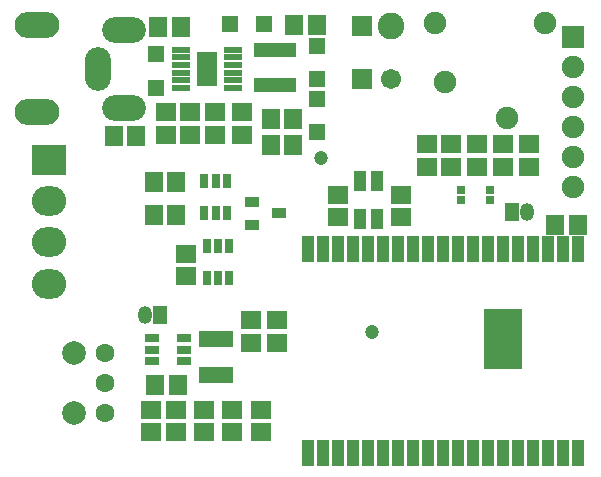
<source format=gbr>
G04 DipTrace 3.3.1.3*
G04 TopMask.gbr*
%MOIN*%
G04 #@! TF.FileFunction,Soldermask,Top*
G04 #@! TF.Part,Single*
%ADD51C,0.08905*%
%ADD88C,0.047402*%
%ADD90R,0.126142X0.204882*%
%ADD92R,0.043465X0.086772*%
%ADD94C,0.078898*%
%ADD96C,0.06315*%
%ADD98R,0.031654X0.051339*%
%ADD100R,0.071024X0.118268*%
%ADD102R,0.06315X0.019843*%
%ADD108R,0.051339X0.031654*%
%ADD112R,0.027717X0.027717*%
%ADD114R,0.04937X0.033622*%
%ADD116R,0.114331X0.053307*%
%ADD118R,0.14189X0.051339*%
%ADD122O,0.047402X0.059213*%
%ADD124R,0.047402X0.059213*%
%ADD130O,0.114331X0.098583*%
%ADD132R,0.114331X0.098583*%
%ADD134C,0.067402*%
%ADD136R,0.067402X0.067402*%
%ADD138R,0.074961X0.074961*%
%ADD140C,0.074961*%
%ADD142O,0.149764X0.086772*%
%ADD144O,0.086772X0.145827*%
%ADD146O,0.145827X0.086772*%
%ADD148R,0.039528X0.071024*%
%ADD152R,0.055276X0.055276*%
%ADD154R,0.059213X0.067087*%
%ADD156R,0.067087X0.059213*%
%FSLAX26Y26*%
G04*
G70*
G90*
G75*
G01*
G04 TopMask*
%LPD*%
D88*
X1463724Y1457008D3*
X1633016Y878268D3*
D156*
X1314118Y917638D3*
Y842835D3*
D154*
X920417Y1894016D3*
X995220D3*
D156*
X1026717Y1610551D3*
Y1535748D3*
D154*
X1373173Y1901890D3*
X1447976D3*
X1369236Y1500315D3*
X1294433D3*
X2243252Y1236535D3*
X2318055D3*
D156*
X2070024Y1429449D3*
Y1504252D3*
X1010969Y1138110D3*
Y1063307D3*
X1164512Y618425D3*
Y543622D3*
X1227504Y917638D3*
Y842835D3*
D154*
X909449Y700988D3*
X984252D3*
D156*
X1262937Y618425D3*
Y543622D3*
X1073961Y618425D3*
Y543622D3*
D154*
X845614Y1531811D3*
X770811D3*
D152*
X912543Y1803465D3*
Y1693228D3*
X1270811Y1905827D3*
X1160575D3*
X1447976Y1831024D3*
Y1720787D3*
Y1543622D3*
Y1653858D3*
D148*
X1593646Y1256220D3*
Y1382205D3*
X1648764Y1256220D3*
Y1382205D3*
D146*
X806244Y1626299D3*
D144*
X719630Y1756220D3*
D146*
X806244Y1886142D3*
D142*
X514906Y1901890D3*
Y1610551D3*
D140*
X2207819Y1909764D3*
X2081835Y1590866D3*
X1877110Y1712913D3*
X1841677Y1909764D3*
D138*
X2302307Y1862520D3*
D140*
Y1762520D3*
Y1662520D3*
Y1562520D3*
Y1462520D3*
Y1362520D3*
D136*
X1597585Y1721969D3*
D134*
X1696005D3*
D132*
X554276Y1453071D3*
D130*
Y1315276D3*
Y1177480D3*
Y1039685D3*
D124*
X925732Y935945D3*
D122*
X875732D3*
D124*
X2098764Y1279843D3*
D122*
X2148764D3*
D136*
X1597585Y1899921D3*
D51*
X1696005D3*
D118*
X1310181Y1819213D3*
Y1701102D3*
D116*
X1113331Y854646D3*
Y736535D3*
D114*
X1231441Y1311339D3*
Y1236535D3*
X1321992Y1273937D3*
D156*
X980524Y618425D3*
Y543622D3*
X895328D3*
Y618425D3*
X944039Y1610551D3*
Y1535748D3*
X1518843Y1334961D3*
Y1260157D3*
X1727504Y1334961D3*
Y1260157D3*
D154*
X1369236Y1586929D3*
X1294433D3*
D156*
X1197976Y1535748D3*
Y1610551D3*
X1109394Y1535748D3*
Y1610551D3*
D154*
X904669Y1268031D3*
X979472D3*
X904669Y1378268D3*
X979472D3*
D156*
X2156638Y1504252D3*
Y1429449D3*
X1983409D3*
Y1504252D3*
X1814118D3*
Y1429449D3*
X1896795D3*
Y1504252D3*
D112*
X2026717Y1350709D3*
Y1319213D3*
X1928291D3*
Y1350709D3*
D108*
X1006213Y782004D3*
Y819406D3*
Y856807D3*
X899913D3*
Y819406D3*
Y782004D3*
D102*
X995220Y1819213D3*
Y1793622D3*
Y1768031D3*
Y1742441D3*
Y1716850D3*
Y1691260D3*
X1168449D3*
Y1716850D3*
Y1742441D3*
Y1768031D3*
Y1793622D3*
Y1819213D3*
D100*
X1081835Y1755236D3*
D98*
Y1059370D3*
X1119236D3*
X1156638D3*
Y1165669D3*
X1119236D3*
X1081835D3*
D96*
X741283Y606614D3*
Y706614D3*
Y806614D3*
D94*
X638134Y606614D3*
Y806614D3*
D92*
X2318055Y1153858D3*
X2268055Y1154252D3*
X2218055D3*
X2168055D3*
X2118055D3*
X2068055D3*
X2018055D3*
X1968055D3*
X1918055D3*
X1868055D3*
X1818055D3*
X1768055D3*
X1718055D3*
X1668055D3*
X1668436Y476218D3*
X1718436D3*
X1768436D3*
X1818434D3*
X1868436D3*
X1418436D3*
X1468436D3*
X1518436D3*
X1568436D3*
X1618436D3*
X1918094Y476220D3*
X1968094D3*
X2018094D3*
X2068094D3*
X2118094D3*
X2168094D3*
X2218094D3*
X2268094D3*
X2318094D3*
D90*
X2069945Y853858D3*
D92*
X1618395Y1154248D3*
X1568395D3*
X1518395D3*
X1468395D3*
X1418395D3*
D98*
X1148764Y1382205D3*
X1111362D3*
X1073961D3*
Y1275906D3*
X1111362D3*
X1148764D3*
M02*

</source>
